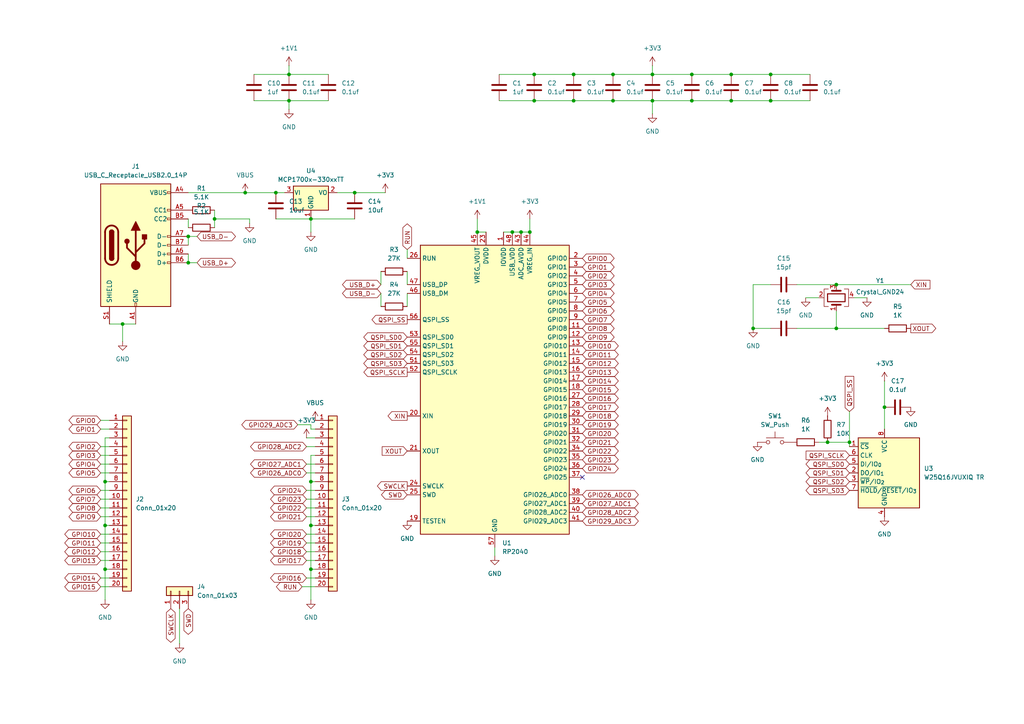
<source format=kicad_sch>
(kicad_sch (version 20250114) (generator "eeschema") (generator_version "9.0")
  (paper "A4")
  (lib_symbols
    (symbol "Connector:USB_C_Receptacle_USB2.0_14P" (pin_names (offset 1.016))
      (property "Reference" "J" (at 0 22.225 0))
      (property "Value" "USB_C_Receptacle_USB2.0_14P" (at 0 19.685 0))
      (symbol "USB_C_Receptacle_USB2.0_14P_0_0"
        (rectangle (start -0.254 -17.78) (end 0.254 -16.764))
        (rectangle (start 10.16 15.494) (end 9.144 14.986))
        (rectangle (start 10.16 10.414) (end 9.144 9.906))
        (rectangle (start 10.16 7.874) (end 9.144 7.366))
        (rectangle (start 10.16 2.794) (end 9.144 2.286))
        (rectangle (start 10.16 0.254) (end 9.144 -0.254))
        (rectangle (start 10.16 -2.286) (end 9.144 -2.794))
        (rectangle (start 10.16 -4.826) (end 9.144 -5.334))
      )
      (symbol "USB_C_Receptacle_USB2.0_14P_0_1"
        (rectangle (start -10.16 17.78) (end 10.16 -17.78) (stroke (width 0.254)) (fill (type background)))
        (polyline (pts (xy -8.89 -3.81) (xy -8.89 3.81)) (stroke (width 0.508)))
        (rectangle (start -7.62 -3.81) (end -6.35 3.81) (stroke (width 0.254)) (fill (type outline)))
        (arc (start -7.62 3.81) (mid -6.985 4.4423) (end -6.35 3.81) (stroke (width 0.254)))
        (arc (start -7.62 3.81) (mid -6.985 4.4423) (end -6.35 3.81) (stroke (width 0.254)) (fill (type outline)))
        (arc (start -8.89 3.81) (mid -6.985 5.7067) (end -5.08 3.81) (stroke (width 0.508)))
        (arc (start -5.08 -3.81) (mid -6.985 -5.7067) (end -8.89 -3.81) (stroke (width 0.508)))
        (arc (start -6.35 -3.81) (mid -6.985 -4.4423) (end -7.62 -3.81) (stroke (width 0.254)))
        (arc (start -6.35 -3.81) (mid -6.985 -4.4423) (end -7.62 -3.81) (stroke (width 0.254)) (fill (type outline)))
        (polyline (pts (xy -5.08 3.81) (xy -5.08 -3.81)) (stroke (width 0.508)))
        (circle (center -2.54 1.143) (radius 0.635) (stroke (width 0.254)) (fill (type outline)))
        (polyline (pts (xy -1.27 4.318) (xy 0 6.858) (xy 1.27 4.318) (xy -1.27 4.318)) (stroke (width 0.254)) (fill (type outline)))
        (polyline (pts (xy 0 -2.032) (xy 2.54 0.508) (xy 2.54 1.778)) (stroke (width 0.508)))
        (polyline (pts (xy 0 -3.302) (xy -2.54 -0.762) (xy -2.54 0.508)) (stroke (width 0.508)))
        (polyline (pts (xy 0 -5.842) (xy 0 4.318)) (stroke (width 0.508)))
        (circle (center 0 -5.842) (radius 1.27) (fill (type outline)))
        (rectangle (start 1.905 1.778) (end 3.175 3.048) (stroke (width 0.254)) (fill (type outline)))
      )
      (symbol "USB_C_Receptacle_USB2.0_14P_1_1"
        (pin passive line (at -7.62 -22.86 90) (length 5.08) (name "SHIELD") (number "S1"))
        (pin passive line (at 0 -22.86 90) (length 5.08) (name "GND") (number "A1"))
        (pin passive line (at 0 -22.86 90) (length 5.08) (hide yes) (name "GND") (number "A12"))
        (pin passive line (at 0 -22.86 90) (length 5.08) (hide yes) (name "GND") (number "B1"))
        (pin passive line (at 0 -22.86 90) (length 5.08) (hide yes) (name "GND") (number "B12"))
        (pin passive line (at 15.24 15.24 180) (length 5.08) (name "VBUS") (number "A4"))
        (pin passive line (at 15.24 15.24 180) (length 5.08) (hide yes) (name "VBUS") (number "A9"))
        (pin passive line (at 15.24 15.24 180) (length 5.08) (hide yes) (name "VBUS") (number "B4"))
        (pin passive line (at 15.24 15.24 180) (length 5.08) (hide yes) (name "VBUS") (number "B9"))
        (pin bidirectional line (at 15.24 10.16 180) (length 5.08) (name "CC1") (number "A5"))
        (pin bidirectional line (at 15.24 7.62 180) (length 5.08) (name "CC2") (number "B5"))
        (pin bidirectional line (at 15.24 2.54 180) (length 5.08) (name "D-") (number "A7"))
        (pin bidirectional line (at 15.24 0 180) (length 5.08) (name "D-") (number "B7"))
        (pin bidirectional line (at 15.24 -2.54 180) (length 5.08) (name "D+") (number "A6"))
        (pin bidirectional line (at 15.24 -5.08 180) (length 5.08) (name "D+") (number "B6"))
      )
    )
    (symbol "Connector_Generic:Conn_01x03" (pin_names (offset 1.016) (hide yes))
      (property "Reference" "J" (at 0 5.08 0))
      (property "Value" "Conn_01x03" (at 0 -5.08 0))
      (symbol "Conn_01x03_1_1"
        (rectangle (start -1.27 3.81) (end 1.27 -3.81) (stroke (width 0.254)) (fill (type background)))
        (rectangle (start -1.27 2.667) (end 0 2.413) (stroke (width 0.1524)))
        (rectangle (start -1.27 0.127) (end 0 -0.127) (stroke (width 0.1524)))
        (rectangle (start -1.27 -2.413) (end 0 -2.667) (stroke (width 0.1524)))
        (pin passive line (at -5.08 2.54 0) (length 3.81) (name "Pin_1") (number "1"))
        (pin passive line (at -5.08 0 0) (length 3.81) (name "Pin_2") (number "2"))
        (pin passive line (at -5.08 -2.54 0) (length 3.81) (name "Pin_3") (number "3"))
      )
    )
    (symbol "Connector_Generic:Conn_01x20" (pin_names (offset 1.016) (hide yes))
      (property "Reference" "J" (at 0 25.4 0))
      (property "Value" "Conn_01x20" (at 0 -27.94 0))
      (symbol "Conn_01x20_1_1"
        (rectangle (start -1.27 24.13) (end 1.27 -26.67) (stroke (width 0.254)) (fill (type background)))
        (rectangle (start -1.27 22.987) (end 0 22.733) (stroke (width 0.1524)))
        (rectangle (start -1.27 20.447) (end 0 20.193) (stroke (width 0.1524)))
        (rectangle (start -1.27 17.907) (end 0 17.653) (stroke (width 0.1524)))
        (rectangle (start -1.27 15.367) (end 0 15.113) (stroke (width 0.1524)))
        (rectangle (start -1.27 12.827) (end 0 12.573) (stroke (width 0.1524)))
        (rectangle (start -1.27 10.287) (end 0 10.033) (stroke (width 0.1524)))
        (rectangle (start -1.27 7.747) (end 0 7.493) (stroke (width 0.1524)))
        (rectangle (start -1.27 5.207) (end 0 4.953) (stroke (width 0.1524)))
        (rectangle (start -1.27 2.667) (end 0 2.413) (stroke (width 0.1524)))
        (rectangle (start -1.27 0.127) (end 0 -0.127) (stroke (width 0.1524)))
        (rectangle (start -1.27 -2.413) (end 0 -2.667) (stroke (width 0.1524)))
        (rectangle (start -1.27 -4.953) (end 0 -5.207) (stroke (width 0.1524)))
        (rectangle (start -1.27 -7.493) (end 0 -7.747) (stroke (width 0.1524)))
        (rectangle (start -1.27 -10.033) (end 0 -10.287) (stroke (width 0.1524)))
        (rectangle (start -1.27 -12.573) (end 0 -12.827) (stroke (width 0.1524)))
        (rectangle (start -1.27 -15.113) (end 0 -15.367) (stroke (width 0.1524)))
        (rectangle (start -1.27 -17.653) (end 0 -17.907) (stroke (width 0.1524)))
        (rectangle (start -1.27 -20.193) (end 0 -20.447) (stroke (width 0.1524)))
        (rectangle (start -1.27 -22.733) (end 0 -22.987) (stroke (width 0.1524)))
        (rectangle (start -1.27 -25.273) (end 0 -25.527) (stroke (width 0.1524)))
        (pin passive line (at -5.08 22.86 0) (length 3.81) (name "Pin_1") (number "1"))
        (pin passive line (at -5.08 20.32 0) (length 3.81) (name "Pin_2") (number "2"))
        (pin passive line (at -5.08 17.78 0) (length 3.81) (name "Pin_3") (number "3"))
        (pin passive line (at -5.08 15.24 0) (length 3.81) (name "Pin_4") (number "4"))
        (pin passive line (at -5.08 12.7 0) (length 3.81) (name "Pin_5") (number "5"))
        (pin passive line (at -5.08 10.16 0) (length 3.81) (name "Pin_6") (number "6"))
        (pin passive line (at -5.08 7.62 0) (length 3.81) (name "Pin_7") (number "7"))
        (pin passive line (at -5.08 5.08 0) (length 3.81) (name "Pin_8") (number "8"))
        (pin passive line (at -5.08 2.54 0) (length 3.81) (name "Pin_9") (number "9"))
        (pin passive line (at -5.08 0 0) (length 3.81) (name "Pin_10") (number "10"))
        (pin passive line (at -5.08 -2.54 0) (length 3.81) (name "Pin_11") (number "11"))
        (pin passive line (at -5.08 -5.08 0) (length 3.81) (name "Pin_12") (number "12"))
        (pin passive line (at -5.08 -7.62 0) (length 3.81) (name "Pin_13") (number "13"))
        (pin passive line (at -5.08 -10.16 0) (length 3.81) (name "Pin_14") (number "14"))
        (pin passive line (at -5.08 -12.7 0) (length 3.81) (name "Pin_15") (number "15"))
        (pin passive line (at -5.08 -15.24 0) (length 3.81) (name "Pin_16") (number "16"))
        (pin passive line (at -5.08 -17.78 0) (length 3.81) (name "Pin_17") (number "17"))
        (pin passive line (at -5.08 -20.32 0) (length 3.81) (name "Pin_18") (number "18"))
        (pin passive line (at -5.08 -22.86 0) (length 3.81) (name "Pin_19") (number "19"))
        (pin passive line (at -5.08 -25.4 0) (length 3.81) (name "Pin_20") (number "20"))
      )
    )
    (symbol "Device:C" (pin_numbers (hide yes)) (pin_names (offset 0.254))
      (property "Reference" "C" (at 0.635 2.54 0))
      (property "Value" "C" (at 0.635 -2.54 0))
      (symbol "C_0_1"
        (polyline (pts (xy -2.032 0.762) (xy 2.032 0.762)) (stroke (width 0.508)))
        (polyline (pts (xy -2.032 -0.762) (xy 2.032 -0.762)) (stroke (width 0.508)))
      )
      (symbol "C_1_1"
        (pin passive line (at 0 3.81 270) (length 2.794) (name "~") (number "1"))
        (pin passive line (at 0 -3.81 90) (length 2.794) (name "~") (number "2"))
      )
    )
    (symbol "Device:Crystal_GND24" (pin_names (offset 1.016) (hide yes))
      (property "Reference" "Y" (at 3.175 5.08 0))
      (property "Value" "Crystal_GND24" (at 3.175 3.175 0))
      (symbol "Crystal_GND24_0_1"
        (polyline (pts (xy -2.54 2.286) (xy -2.54 3.556) (xy 2.54 3.556) (xy 2.54 2.286)))
        (polyline (pts (xy -2.54 0) (xy -2.032 0)))
        (polyline (pts (xy -2.54 -2.286) (xy -2.54 -3.556) (xy 2.54 -3.556) (xy 2.54 -2.286)))
        (polyline (pts (xy -2.032 -1.27) (xy -2.032 1.27)) (stroke (width 0.508)))
        (rectangle (start -1.143 2.54) (end 1.143 -2.54) (stroke (width 0.3048)))
        (polyline (pts (xy 0 3.556) (xy 0 3.81)))
        (polyline (pts (xy 0 -3.81) (xy 0 -3.556)))
        (polyline (pts (xy 2.032 0) (xy 2.54 0)))
        (polyline (pts (xy 2.032 -1.27) (xy 2.032 1.27)) (stroke (width 0.508)))
      )
      (symbol "Crystal_GND24_1_1"
        (pin passive line (at -3.81 0 0) (length 1.27) (name "1") (number "1"))
        (pin passive line (at 0 5.08 270) (length 1.27) (name "2") (number "2"))
        (pin passive line (at 0 -5.08 90) (length 1.27) (name "4") (number "4"))
        (pin passive line (at 3.81 0 180) (length 1.27) (name "3") (number "3"))
      )
    )
    (symbol "Device:R" (pin_numbers (hide yes)) (pin_names (offset 0))
      (property "Reference" "R" (at 2.032 0 90))
      (property "Value" "R" (at 0 0 90))
      (symbol "R_0_1"
        (rectangle (start -1.016 -2.54) (end 1.016 2.54) (stroke (width 0.254)))
      )
      (symbol "R_1_1"
        (pin passive line (at 0 3.81 270) (length 1.27) (name "~") (number "1"))
        (pin passive line (at 0 -3.81 90) (length 1.27) (name "~") (number "2"))
      )
    )
    (symbol "MCU_RaspberryPi:RP2040"
      (property "Reference" "U" (at 17.78 45.72 0))
      (property "Value" "RP2040" (at 17.78 43.18 0))
      (symbol "RP2040_0_1"
        (rectangle (start -21.59 41.91) (end 21.59 -41.91) (stroke (width 0.254)) (fill (type background)))
      )
      (symbol "RP2040_1_1"
        (pin input line (at -25.4 38.1 0) (length 3.81) (name "RUN") (number "26"))
        (pin bidirectional line (at -25.4 30.48 0) (length 3.81) (name "USB_DP") (number "47"))
        (pin bidirectional line (at -25.4 27.94 0) (length 3.81) (name "USB_DM") (number "46"))
        (pin bidirectional line (at -25.4 20.32 0) (length 3.81) (name "QSPI_SS") (number "56"))
        (pin bidirectional line (at -25.4 15.24 0) (length 3.81) (name "QSPI_SD0") (number "53"))
        (pin bidirectional line (at -25.4 12.7 0) (length 3.81) (name "QSPI_SD1") (number "55"))
        (pin bidirectional line (at -25.4 10.16 0) (length 3.81) (name "QSPI_SD2") (number "54"))
        (pin bidirectional line (at -25.4 7.62 0) (length 3.81) (name "QSPI_SD3") (number "51"))
        (pin output line (at -25.4 5.08 0) (length 3.81) (name "QSPI_SCLK") (number "52"))
        (pin input line (at -25.4 -7.62 0) (length 3.81) (name "XIN") (number "20"))
        (pin passive line (at -25.4 -17.78 0) (length 3.81) (name "XOUT") (number "21"))
        (pin input line (at -25.4 -27.94 0) (length 3.81) (name "SWCLK") (number "24"))
        (pin bidirectional line (at -25.4 -30.48 0) (length 3.81) (name "SWD") (number "25"))
        (pin input line (at -25.4 -38.1 0) (length 3.81) (name "TESTEN") (number "19"))
        (pin power_out line (at -5.08 45.72 270) (length 3.81) (name "VREG_VOUT") (number "45"))
        (pin power_in line (at -2.54 45.72 270) (length 3.81) (name "DVDD") (number "23"))
        (pin passive line (at -2.54 45.72 270) (length 3.81) (hide yes) (name "DVDD") (number "50"))
        (pin power_in line (at 0 -45.72 90) (length 3.81) (name "GND") (number "57"))
        (pin power_in line (at 2.54 45.72 270) (length 3.81) (name "IOVDD") (number "1"))
        (pin passive line (at 2.54 45.72 270) (length 3.81) (hide yes) (name "IOVDD") (number "10"))
        (pin passive line (at 2.54 45.72 270) (length 3.81) (hide yes) (name "IOVDD") (number "22"))
        (pin passive line (at 2.54 45.72 270) (length 3.81) (hide yes) (name "IOVDD") (number "33"))
        (pin passive line (at 2.54 45.72 270) (length 3.81) (hide yes) (name "IOVDD") (number "42"))
        (pin passive line (at 2.54 45.72 270) (length 3.81) (hide yes) (name "IOVDD") (number "49"))
        (pin power_in line (at 5.08 45.72 270) (length 3.81) (name "USB_VDD") (number "48"))
        (pin power_in line (at 7.62 45.72 270) (length 3.81) (name "ADC_AVDD") (number "43"))
        (pin power_in line (at 10.16 45.72 270) (length 3.81) (name "VREG_IN") (number "44"))
        (pin bidirectional line (at 25.4 38.1 180) (length 3.81) (name "GPIO0") (number "2"))
        (pin bidirectional line (at 25.4 35.56 180) (length 3.81) (name "GPIO1") (number "3"))
        (pin bidirectional line (at 25.4 33.02 180) (length 3.81) (name "GPIO2") (number "4"))
        (pin bidirectional line (at 25.4 30.48 180) (length 3.81) (name "GPIO3") (number "5"))
        (pin bidirectional line (at 25.4 27.94 180) (length 3.81) (name "GPIO4") (number "6"))
        (pin bidirectional line (at 25.4 25.4 180) (length 3.81) (name "GPIO5") (number "7"))
        (pin bidirectional line (at 25.4 22.86 180) (length 3.81) (name "GPIO6") (number "8"))
        (pin bidirectional line (at 25.4 20.32 180) (length 3.81) (name "GPIO7") (number "9"))
        (pin bidirectional line (at 25.4 17.78 180) (length 3.81) (name "GPIO8") (number "11"))
        (pin bidirectional line (at 25.4 15.24 180) (length 3.81) (name "GPIO9") (number "12"))
        (pin bidirectional line (at 25.4 12.7 180) (length 3.81) (name "GPIO10") (number "13"))
        (pin bidirectional line (at 25.4 10.16 180) (length 3.81) (name "GPIO11") (number "14"))
        (pin bidirectional line (at 25.4 7.62 180) (length 3.81) (name "GPIO12") (number "15"))
        (pin bidirectional line (at 25.4 5.08 180) (length 3.81) (name "GPIO13") (number "16"))
        (pin bidirectional line (at 25.4 2.54 180) (length 3.81) (name "GPIO14") (number "17"))
        (pin bidirectional line (at 25.4 0 180) (length 3.81) (name "GPIO15") (number "18"))
        (pin bidirectional line (at 25.4 -2.54 180) (length 3.81) (name "GPIO16") (number "27"))
        (pin bidirectional line (at 25.4 -5.08 180) (length 3.81) (name "GPIO17") (number "28"))
        (pin bidirectional line (at 25.4 -7.62 180) (length 3.81) (name "GPIO18") (number "29"))
        (pin bidirectional line (at 25.4 -10.16 180) (length 3.81) (name "GPIO19") (number "30"))
        (pin bidirectional line (at 25.4 -12.7 180) (length 3.81) (name "GPIO20") (number "31"))
        (pin bidirectional line (at 25.4 -15.24 180) (length 3.81) (name "GPIO21") (number "32"))
        (pin bidirectional line (at 25.4 -17.78 180) (length 3.81) (name "GPIO22") (number "34"))
        (pin bidirectional line (at 25.4 -20.32 180) (length 3.81) (name "GPIO23") (number "35"))
        (pin bidirectional line (at 25.4 -22.86 180) (length 3.81) (name "GPIO24") (number "36"))
        (pin bidirectional line (at 25.4 -25.4 180) (length 3.81) (name "GPIO25") (number "37"))
        (pin bidirectional line (at 25.4 -30.48 180) (length 3.81) (name "GPIO26_ADC0") (number "38"))
        (pin bidirectional line (at 25.4 -33.02 180) (length 3.81) (name "GPIO27_ADC1") (number "39"))
        (pin bidirectional line (at 25.4 -35.56 180) (length 3.81) (name "GPIO28_ADC2") (number "40"))
        (pin bidirectional line (at 25.4 -38.1 180) (length 3.81) (name "GPIO29_ADC3") (number "41"))
      )
    )
    (symbol "Memory_Flash:W25Q128JVS"
      (property "Reference" "U" (at -6.35 11.43 0))
      (property "Value" "W25Q128JVS" (at 7.62 11.43 0))
      (symbol "W25Q128JVS_0_1"
        (rectangle (start -7.62 10.16) (end 10.16 -10.16) (stroke (width 0.254)) (fill (type background)))
      )
      (symbol "W25Q128JVS_1_1"
        (pin input line (at -10.16 7.62 0) (length 2.54) (name "~{CS}") (number "1"))
        (pin input line (at -10.16 5.08 0) (length 2.54) (name "CLK") (number "6"))
        (pin bidirectional line (at -10.16 2.54 0) (length 2.54) (name "DI/IO_{0}") (number "5"))
        (pin bidirectional line (at -10.16 0 0) (length 2.54) (name "DO/IO_{1}") (number "2"))
        (pin bidirectional line (at -10.16 -2.54 0) (length 2.54) (name "~{WP}/IO_{2}") (number "3"))
        (pin bidirectional line (at -10.16 -5.08 0) (length 2.54) (name "~{HOLD}/~{RESET}/IO_{3}") (number "7"))
        (pin power_in line (at 0 12.7 270) (length 2.54) (name "VCC") (number "8"))
        (pin power_in line (at 0 -12.7 90) (length 2.54) (name "GND") (number "4"))
      )
    )
    (symbol "Regulator_Linear:MCP1700x-330xxTT" (pin_names (offset 0.254))
      (property "Reference" "U" (at -3.81 3.175 0))
      (property "Value" "MCP1700x-330xxTT" (at 0 3.175 0))
      (symbol "MCP1700x-330xxTT_0_1"
        (rectangle (start -5.08 1.905) (end 5.08 -5.08) (stroke (width 0.254)) (fill (type background)))
      )
      (symbol "MCP1700x-330xxTT_1_1"
        (pin power_in line (at -7.62 0 0) (length 2.54) (name "VI") (number "3"))
        (pin power_in line (at 0 -7.62 90) (length 2.54) (name "GND") (number "1"))
        (pin power_out line (at 7.62 0 180) (length 2.54) (name "VO") (number "2"))
      )
    )
    (symbol "Switch:SW_Push" (pin_numbers (hide yes)) (pin_names (offset 1.016) (hide yes))
      (property "Reference" "SW" (at 1.27 2.54 0))
      (property "Value" "SW_Push" (at 0 -1.524 0))
      (symbol "SW_Push_0_1"
        (circle (center -2.032 0) (radius 0.508))
        (polyline (pts (xy 0 1.27) (xy 0 3.048)))
        (circle (center 2.032 0) (radius 0.508))
        (polyline (pts (xy 2.54 1.27) (xy -2.54 1.27)))
        (pin passive line (at -5.08 0 0) (length 2.54) (name "1") (number "1"))
        (pin passive line (at 5.08 0 180) (length 2.54) (name "2") (number "2"))
      )
    )
    (symbol "power:+1V1" (power) (pin_numbers (hide yes)) (pin_names (offset 0) (hide yes))
      (property "Value" "+1V1" (at 0 3.556 0))
      (symbol "+1V1_0_1"
        (polyline (pts (xy -0.762 1.27) (xy 0 2.54)))
        (polyline (pts (xy 0 2.54) (xy 0.762 1.27)))
        (polyline (pts (xy 0 0) (xy 0 2.54)))
      )
      (symbol "+1V1_1_1"
        (pin power_in line (at 0 0 90) (length 0) (name "~") (number "1"))
      )
    )
    (symbol "power:+3V3" (power) (pin_numbers (hide yes)) (pin_names (offset 0) (hide yes))
      (property "Value" "+3V3" (at 0 3.556 0))
      (symbol "+3V3_0_1"
        (polyline (pts (xy -0.762 1.27) (xy 0 2.54)))
        (polyline (pts (xy 0 2.54) (xy 0.762 1.27)))
        (polyline (pts (xy 0 0) (xy 0 2.54)))
      )
      (symbol "+3V3_1_1"
        (pin power_in line (at 0 0 90) (length 0) (name "~") (number "1"))
      )
    )
    (symbol "power:GND" (power) (pin_numbers (hide yes)) (pin_names (offset 0) (hide yes))
      (property "Value" "GND" (at 0 -3.81 0))
      (symbol "GND_0_1"
        (polyline (pts (xy 0 0) (xy 0 -1.27) (xy 1.27 -1.27) (xy 0 -2.54) (xy -1.27 -1.27) (xy 0 -1.27)))
      )
      (symbol "GND_1_1"
        (pin power_in line (at 0 0 270) (length 0) (name "~") (number "1"))
      )
    )
    (symbol "power:VBUS" (power) (pin_numbers (hide yes)) (pin_names (offset 0) (hide yes))
      (property "Value" "VBUS" (at 0 3.556 0))
      (symbol "VBUS_0_1"
        (polyline (pts (xy -0.762 1.27) (xy 0 2.54)))
        (polyline (pts (xy 0 2.54) (xy 0.762 1.27)))
        (polyline (pts (xy 0 0) (xy 0 2.54)))
      )
      (symbol "VBUS_1_1"
        (pin power_in line (at 0 0 90) (length 0) (name "~") (number "1"))
      )
    )
  )
  (junction (at 200.66 21.59))
  (junction (at 223.52 29.21))
  (junction (at 30.48 165.1))
  (junction (at 200.66 29.21))
  (junction (at 30.48 152.4))
  (junction (at 148.59 67.31))
  (junction (at 80.01 55.88))
  (junction (at 153.67 67.31))
  (junction (at 30.48 139.7))
  (junction (at 151.13 67.31))
  (junction (at 166.37 21.59))
  (junction (at 54.61 68.58))
  (junction (at 62.23 63.5))
  (junction (at 154.94 21.59))
  (junction (at 35.56 93.98))
  (junction (at 71.12 55.88))
  (junction (at 83.82 21.59))
  (junction (at 90.17 165.1))
  (junction (at 212.09 21.59))
  (junction (at 189.23 29.21))
  (junction (at 177.8 29.21))
  (junction (at 189.23 21.59))
  (junction (at 166.37 29.21))
  (junction (at 102.87 55.88))
  (junction (at 90.17 63.5))
  (junction (at 83.82 29.21))
  (junction (at 218.44 95.25))
  (junction (at 223.52 21.59))
  (junction (at 240.03 128.27))
  (junction (at 212.09 29.21))
  (junction (at 90.17 152.4))
  (junction (at 246.38 128.27))
  (junction (at 90.17 139.7))
  (junction (at 256.54 118.11))
  (junction (at 242.57 95.25))
  (junction (at 54.61 76.2))
  (junction (at 154.94 29.21))
  (junction (at 138.43 67.31))
  (junction (at 177.8 21.59))
  (junction (at 242.57 82.55))
  (no_connect (at 168.91 138.43))
  (wire (pts (xy 166.37 21.59) (xy 177.8 21.59)))
  (wire (pts (xy 35.56 93.98) (xy 35.56 99.06)))
  (wire (pts (xy 247.65 86.36) (xy 251.46 86.36)))
  (wire (pts (xy 29.21 167.64) (xy 31.75 167.64)))
  (wire (pts (xy 90.17 152.4) (xy 91.44 152.4)))
  (wire (pts (xy 88.9 154.94) (xy 91.44 154.94)))
  (wire (pts (xy 29.21 144.78) (xy 31.75 144.78)))
  (wire (pts (xy 31.75 127) (xy 30.48 127)))
  (wire (pts (xy 30.48 165.1) (xy 30.48 173.99)))
  (wire (pts (xy 88.9 147.32) (xy 91.44 147.32)))
  (wire (pts (xy 189.23 19.05) (xy 189.23 21.59)))
  (wire (pts (xy 242.57 82.55) (xy 264.16 82.55)))
  (wire (pts (xy 62.23 60.96) (xy 62.23 63.5)))
  (wire (pts (xy 73.66 29.21) (xy 83.82 29.21)))
  (wire (pts (xy 223.52 21.59) (xy 234.95 21.59)))
  (wire (pts (xy 246.38 128.27) (xy 246.38 129.54)))
  (wire (pts (xy 91.44 132.08) (xy 90.17 132.08)))
  (wire (pts (xy 29.21 121.92) (xy 31.75 121.92)))
  (wire (pts (xy 233.68 86.36) (xy 237.49 86.36)))
  (wire (pts (xy 88.9 137.16) (xy 91.44 137.16)))
  (wire (pts (xy 35.56 93.98) (xy 39.37 93.98)))
  (wire (pts (xy 90.17 63.5) (xy 102.87 63.5)))
  (wire (pts (xy 256.54 118.11) (xy 256.54 124.46)))
  (wire (pts (xy 54.61 66.04) (xy 54.61 63.5)))
  (wire (pts (xy 90.17 165.1) (xy 90.17 173.99)))
  (wire (pts (xy 90.17 63.5) (xy 90.17 67.31)))
  (wire (pts (xy 90.17 139.7) (xy 90.17 152.4)))
  (wire (pts (xy 144.78 29.21) (xy 154.94 29.21)))
  (wire (pts (xy 29.21 154.94) (xy 31.75 154.94)))
  (wire (pts (xy 189.23 29.21) (xy 189.23 33.02)))
  (wire (pts (xy 88.9 149.86) (xy 91.44 149.86)))
  (wire (pts (xy 29.21 137.16) (xy 31.75 137.16)))
  (wire (pts (xy 31.75 93.98) (xy 35.56 93.98)))
  (wire (pts (xy 242.57 95.25) (xy 242.57 90.17)))
  (wire (pts (xy 83.82 21.59) (xy 95.25 21.59)))
  (wire (pts (xy 88.9 157.48) (xy 91.44 157.48)))
  (wire (pts (xy 62.23 66.04) (xy 62.23 63.5)))
  (wire (pts (xy 71.12 55.88) (xy 80.01 55.88)))
  (wire (pts (xy 29.21 149.86) (xy 31.75 149.86)))
  (wire (pts (xy 88.9 144.78) (xy 91.44 144.78)))
  (wire (pts (xy 223.52 29.21) (xy 234.95 29.21)))
  (wire (pts (xy 29.21 132.08) (xy 31.75 132.08)))
  (wire (pts (xy 90.17 124.46) (xy 91.44 124.46)))
  (wire (pts (xy 118.11 88.9) (xy 118.11 85.09)))
  (wire (pts (xy 83.82 29.21) (xy 95.25 29.21)))
  (wire (pts (xy 54.61 68.58) (xy 54.61 71.12)))
  (wire (pts (xy 138.43 67.31) (xy 140.97 67.31)))
  (wire (pts (xy 29.21 157.48) (xy 31.75 157.48)))
  (wire (pts (xy 54.61 68.58) (xy 57.15 68.58)))
  (wire (pts (xy 97.79 55.88) (xy 102.87 55.88)))
  (wire (pts (xy 189.23 29.21) (xy 200.66 29.21)))
  (wire (pts (xy 88.9 129.54) (xy 91.44 129.54)))
  (wire (pts (xy 29.21 129.54) (xy 31.75 129.54)))
  (wire (pts (xy 153.67 63.5) (xy 153.67 67.31)))
  (wire (pts (xy 110.49 88.9) (xy 110.49 85.09)))
  (wire (pts (xy 80.01 55.88) (xy 82.55 55.88)))
  (wire (pts (xy 87.63 170.18) (xy 91.44 170.18)))
  (wire (pts (xy 29.21 124.46) (xy 31.75 124.46)))
  (wire (pts (xy 242.57 95.25) (xy 256.54 95.25)))
  (wire (pts (xy 212.09 21.59) (xy 223.52 21.59)))
  (wire (pts (xy 90.17 123.19) (xy 90.17 124.46)))
  (wire (pts (xy 30.48 139.7) (xy 30.48 152.4)))
  (wire (pts (xy 144.78 21.59) (xy 154.94 21.59)))
  (wire (pts (xy 231.14 95.25) (xy 242.57 95.25)))
  (wire (pts (xy 231.14 82.55) (xy 242.57 82.55)))
  (wire (pts (xy 200.66 29.21) (xy 212.09 29.21)))
  (wire (pts (xy 29.21 134.62) (xy 31.75 134.62)))
  (wire (pts (xy 138.43 63.5) (xy 138.43 67.31)))
  (wire (pts (xy 54.61 76.2) (xy 57.15 76.2)))
  (wire (pts (xy 256.54 110.49) (xy 256.54 118.11)))
  (wire (pts (xy 218.44 82.55) (xy 218.44 95.25)))
  (wire (pts (xy 166.37 29.21) (xy 177.8 29.21)))
  (wire (pts (xy 29.21 147.32) (xy 31.75 147.32)))
  (wire (pts (xy 30.48 152.4) (xy 31.75 152.4)))
  (wire (pts (xy 102.87 55.88) (xy 111.76 55.88)))
  (wire (pts (xy 118.11 72.39) (xy 118.11 74.93)))
  (wire (pts (xy 29.21 170.18) (xy 31.75 170.18)))
  (wire (pts (xy 54.61 73.66) (xy 54.61 76.2)))
  (wire (pts (xy 29.21 162.56) (xy 31.75 162.56)))
  (wire (pts (xy 52.07 176.53) (xy 52.07 186.69)))
  (wire (pts (xy 246.38 119.38) (xy 246.38 128.27)))
  (wire (pts (xy 72.39 63.5) (xy 72.39 64.77)))
  (wire (pts (xy 148.59 67.31) (xy 151.13 67.31)))
  (wire (pts (xy 90.17 139.7) (xy 91.44 139.7)))
  (wire (pts (xy 90.17 132.08) (xy 90.17 139.7)))
  (wire (pts (xy 218.44 95.25) (xy 223.52 95.25)))
  (wire (pts (xy 237.49 128.27) (xy 240.03 128.27)))
  (wire (pts (xy 90.17 165.1) (xy 91.44 165.1)))
  (wire (pts (xy 146.05 67.31) (xy 148.59 67.31)))
  (wire (pts (xy 90.17 152.4) (xy 90.17 165.1)))
  (wire (pts (xy 88.9 134.62) (xy 91.44 134.62)))
  (wire (pts (xy 154.94 29.21) (xy 166.37 29.21)))
  (wire (pts (xy 88.9 160.02) (xy 91.44 160.02)))
  (wire (pts (xy 223.52 82.55) (xy 218.44 82.55)))
  (wire (pts (xy 54.61 55.88) (xy 71.12 55.88)))
  (wire (pts (xy 83.82 19.05) (xy 83.82 21.59)))
  (wire (pts (xy 29.21 142.24) (xy 31.75 142.24)))
  (wire (pts (xy 80.01 63.5) (xy 90.17 63.5)))
  (wire (pts (xy 86.36 123.19) (xy 90.17 123.19)))
  (wire (pts (xy 177.8 29.21) (xy 189.23 29.21)))
  (wire (pts (xy 151.13 67.31) (xy 153.67 67.31)))
  (wire (pts (xy 88.9 142.24) (xy 91.44 142.24)))
  (wire (pts (xy 73.66 21.59) (xy 83.82 21.59)))
  (wire (pts (xy 200.66 21.59) (xy 212.09 21.59)))
  (wire (pts (xy 88.9 162.56) (xy 91.44 162.56)))
  (wire (pts (xy 240.03 128.27) (xy 246.38 128.27)))
  (wire (pts (xy 83.82 29.21) (xy 83.82 31.75)))
  (wire (pts (xy 88.9 167.64) (xy 91.44 167.64)))
  (wire (pts (xy 177.8 21.59) (xy 189.23 21.59)))
  (wire (pts (xy 30.48 127) (xy 30.48 139.7)))
  (wire (pts (xy 29.21 160.02) (xy 31.75 160.02)))
  (wire (pts (xy 110.49 78.74) (xy 110.49 82.55)))
  (wire (pts (xy 118.11 78.74) (xy 118.11 82.55)))
  (wire (pts (xy 30.48 139.7) (xy 31.75 139.7)))
  (wire (pts (xy 189.23 21.59) (xy 200.66 21.59)))
  (wire (pts (xy 30.48 165.1) (xy 31.75 165.1)))
  (wire (pts (xy 143.51 158.75) (xy 143.51 161.29)))
  (wire (pts (xy 62.23 63.5) (xy 72.39 63.5)))
  (wire (pts (xy 88.9 127) (xy 91.44 127)))
  (wire (pts (xy 154.94 21.59) (xy 166.37 21.59)))
  (wire (pts (xy 30.48 152.4) (xy 30.48 165.1)))
  (wire (pts (xy 212.09 29.21) (xy 223.52 29.21)))
  (global_label "QSPI_SD1" (shape bidirectional) (at 118.11 100.33 180) (property "Intersheetrefs" "${INTERSHEET_REFS}" (effects (hide yes))))
  (global_label "GPIO13" (shape bidirectional) (at 168.91 107.95 0) (property "Intersheetrefs" "${INTERSHEET_REFS}" (effects (hide yes))))
  (global_label "GPIO11" (shape bidirectional) (at 29.21 157.48 180) (property "Intersheetrefs" "${INTERSHEET_REFS}" (effects (hide yes))))
  (global_label "GPIO24" (shape bidirectional) (at 88.9 142.24 180) (property "Intersheetrefs" "${INTERSHEET_REFS}" (effects (hide yes))))
  (global_label "GPIO27_ADC1" (shape bidirectional) (at 88.9 134.62 180) (property "Intersheetrefs" "${INTERSHEET_REFS}" (effects (hide yes))))
  (global_label "XIN" (shape input) (at 264.16 82.55 0) (property "Intersheetrefs" "${INTERSHEET_REFS}" (effects (hide yes))))
  (global_label "GPIO5" (shape bidirectional) (at 168.91 87.63 0) (property "Intersheetrefs" "${INTERSHEET_REFS}" (effects (hide yes))))
  (global_label "RUN" (shape bidirectional) (at 87.63 170.18 180) (property "Intersheetrefs" "${INTERSHEET_REFS}" (effects (hide yes))))
  (global_label "XOUT" (shape input) (at 118.11 130.81 180) (property "Intersheetrefs" "${INTERSHEET_REFS}" (effects (hide yes))))
  (global_label "GPIO13" (shape bidirectional) (at 29.21 162.56 180) (property "Intersheetrefs" "${INTERSHEET_REFS}" (effects (hide yes))))
  (global_label "GPIO2" (shape bidirectional) (at 168.91 80.01 0) (property "Intersheetrefs" "${INTERSHEET_REFS}" (effects (hide yes))))
  (global_label "GPIO6" (shape bidirectional) (at 29.21 142.24 180) (property "Intersheetrefs" "${INTERSHEET_REFS}" (effects (hide yes))))
  (global_label "GPIO27_ADC1" (shape bidirectional) (at 168.91 146.05 0) (property "Intersheetrefs" "${INTERSHEET_REFS}" (effects (hide yes))))
  (global_label "GPIO29_ADC3" (shape bidirectional) (at 168.91 151.13 0) (property "Intersheetrefs" "${INTERSHEET_REFS}" (effects (hide yes))))
  (global_label "QSPI_SD3" (shape bidirectional) (at 246.38 142.24 180) (property "Intersheetrefs" "${INTERSHEET_REFS}" (effects (hide yes))))
  (global_label "GPIO28_ADC2" (shape bidirectional) (at 168.91 148.59 0) (property "Intersheetrefs" "${INTERSHEET_REFS}" (effects (hide yes))))
  (global_label "GPIO23" (shape bidirectional) (at 168.91 133.35 0) (property "Intersheetrefs" "${INTERSHEET_REFS}" (effects (hide yes))))
  (global_label "GPIO14" (shape bidirectional) (at 168.91 110.49 0) (property "Intersheetrefs" "${INTERSHEET_REFS}" (effects (hide yes))))
  (global_label "GPIO11" (shape bidirectional) (at 168.91 102.87 0) (property "Intersheetrefs" "${INTERSHEET_REFS}" (effects (hide yes))))
  (global_label "GPIO16" (shape bidirectional) (at 88.9 167.64 180) (property "Intersheetrefs" "${INTERSHEET_REFS}" (effects (hide yes))))
  (global_label "GPIO9" (shape bidirectional) (at 168.91 97.79 0) (property "Intersheetrefs" "${INTERSHEET_REFS}" (effects (hide yes))))
  (global_label "GPIO3" (shape bidirectional) (at 168.91 82.55 0) (property "Intersheetrefs" "${INTERSHEET_REFS}" (effects (hide yes))))
  (global_label "GPIO10" (shape bidirectional) (at 168.91 100.33 0) (property "Intersheetrefs" "${INTERSHEET_REFS}" (effects (hide yes))))
  (global_label "GPIO0" (shape bidirectional) (at 168.91 74.93 0) (property "Intersheetrefs" "${INTERSHEET_REFS}" (effects (hide yes))))
  (global_label "GPIO12" (shape bidirectional) (at 29.21 160.02 180) (property "Intersheetrefs" "${INTERSHEET_REFS}" (effects (hide yes))))
  (global_label "GPIO14" (shape bidirectional) (at 29.21 167.64 180) (property "Intersheetrefs" "${INTERSHEET_REFS}" (effects (hide yes))))
  (global_label "USB_D-" (shape bidirectional) (at 57.15 68.58 0) (property "Intersheetrefs" "${INTERSHEET_REFS}" (effects (hide yes))))
  (global_label "GPIO8" (shape bidirectional) (at 29.21 147.32 180) (property "Intersheetrefs" "${INTERSHEET_REFS}" (effects (hide yes))))
  (global_label "QSPI_SCLK" (shape output) (at 118.11 107.95 180) (property "Intersheetrefs" "${INTERSHEET_REFS}" (effects (hide yes))))
  (global_label "GPIO28_ADC2" (shape bidirectional) (at 88.9 129.54 180) (property "Intersheetrefs" "${INTERSHEET_REFS}" (effects (hide yes))))
  (global_label "XIN" (shape output) (at 118.11 120.65 180) (property "Intersheetrefs" "${INTERSHEET_REFS}" (effects (hide yes))))
  (global_label "GPIO3" (shape bidirectional) (at 29.21 132.08 180) (property "Intersheetrefs" "${INTERSHEET_REFS}" (effects (hide yes))))
  (global_label "SWD" (shape bidirectional) (at 54.61 176.53 270) (property "Intersheetrefs" "${INTERSHEET_REFS}" (effects (hide yes))))
  (global_label "GPIO24" (shape bidirectional) (at 168.91 135.89 0) (property "Intersheetrefs" "${INTERSHEET_REFS}" (effects (hide yes))))
  (global_label "GPIO29_ADC3" (shape bidirectional) (at 86.36 123.19 180) (property "Intersheetrefs" "${INTERSHEET_REFS}" (effects (hide yes))))
  (global_label "GPIO16" (shape bidirectional) (at 168.91 115.57 0) (property "Intersheetrefs" "${INTERSHEET_REFS}" (effects (hide yes))))
  (global_label "GPIO19" (shape bidirectional) (at 168.91 123.19 0) (property "Intersheetrefs" "${INTERSHEET_REFS}" (effects (hide yes))))
  (global_label "GPIO7" (shape bidirectional) (at 168.91 92.71 0) (property "Intersheetrefs" "${INTERSHEET_REFS}" (effects (hide yes))))
  (global_label "USB_D-" (shape bidirectional) (at 110.49 85.09 180) (property "Intersheetrefs" "${INTERSHEET_REFS}" (effects (hide yes))))
  (global_label "GPIO18" (shape bidirectional) (at 88.9 160.02 180) (property "Intersheetrefs" "${INTERSHEET_REFS}" (effects (hide yes))))
  (global_label "GPIO4" (shape bidirectional) (at 29.21 134.62 180) (property "Intersheetrefs" "${INTERSHEET_REFS}" (effects (hide yes))))
  (global_label "QSPI_SD0" (shape bidirectional) (at 246.38 134.62 180) (property "Intersheetrefs" "${INTERSHEET_REFS}" (effects (hide yes))))
  (global_label "GPIO23" (shape bidirectional) (at 88.9 144.78 180) (property "Intersheetrefs" "${INTERSHEET_REFS}" (effects (hide yes))))
  (global_label "GPIO17" (shape bidirectional) (at 88.9 162.56 180) (property "Intersheetrefs" "${INTERSHEET_REFS}" (effects (hide yes))))
  (global_label "GPIO18" (shape bidirectional) (at 168.91 120.65 0) (property "Intersheetrefs" "${INTERSHEET_REFS}" (effects (hide yes))))
  (global_label "GPIO1" (shape bidirectional) (at 29.21 124.46 180) (property "Intersheetrefs" "${INTERSHEET_REFS}" (effects (hide yes))))
  (global_label "USB_D+" (shape bidirectional) (at 57.15 76.2 0) (property "Intersheetrefs" "${INTERSHEET_REFS}" (effects (hide yes))))
  (global_label "GPIO17" (shape bidirectional) (at 168.91 118.11 0) (property "Intersheetrefs" "${INTERSHEET_REFS}" (effects (hide yes))))
  (global_label "SWD" (shape bidirectional) (at 118.11 143.51 180) (property "Intersheetrefs" "${INTERSHEET_REFS}" (effects (hide yes))))
  (global_label "GPIO5" (shape bidirectional) (at 29.21 137.16 180) (property "Intersheetrefs" "${INTERSHEET_REFS}" (effects (hide yes))))
  (global_label "QSPI_SD2" (shape bidirectional) (at 246.38 139.7 180) (property "Intersheetrefs" "${INTERSHEET_REFS}" (effects (hide yes))))
  (global_label "GPIO22" (shape bidirectional) (at 88.9 147.32 180) (property "Intersheetrefs" "${INTERSHEET_REFS}" (effects (hide yes))))
  (global_label "XOUT" (shape output) (at 264.16 95.25 0) (property "Intersheetrefs" "${INTERSHEET_REFS}" (effects (hide yes))))
  (global_label "RUN" (shape bidirectional) (at 118.11 72.39 90) (property "Intersheetrefs" "${INTERSHEET_REFS}" (effects (hide yes))))
  (global_label "GPIO0" (shape bidirectional) (at 29.21 121.92 180) (property "Intersheetrefs" "${INTERSHEET_REFS}" (effects (hide yes))))
  (global_label "QSPI_SS" (shape output) (at 118.11 92.71 180) (property "Intersheetrefs" "${INTERSHEET_REFS}" (effects (hide yes))))
  (global_label "GPIO15" (shape bidirectional) (at 168.91 113.03 0) (property "Intersheetrefs" "${INTERSHEET_REFS}" (effects (hide yes))))
  (global_label "GPIO15" (shape bidirectional) (at 29.21 170.18 180) (property "Intersheetrefs" "${INTERSHEET_REFS}" (effects (hide yes))))
  (global_label "QSPI_SD3" (shape bidirectional) (at 118.11 105.41 180) (property "Intersheetrefs" "${INTERSHEET_REFS}" (effects (hide yes))))
  (global_label "GPIO26_ADC0" (shape bidirectional) (at 88.9 137.16 180) (property "Intersheetrefs" "${INTERSHEET_REFS}" (effects (hide yes))))
  (global_label "GPIO12" (shape bidirectional) (at 168.91 105.41 0) (property "Intersheetrefs" "${INTERSHEET_REFS}" (effects (hide yes))))
  (global_label "GPIO20" (shape bidirectional) (at 88.9 154.94 180) (property "Intersheetrefs" "${INTERSHEET_REFS}" (effects (hide yes))))
  (global_label "GPIO21" (shape bidirectional) (at 168.91 128.27 0) (property "Intersheetrefs" "${INTERSHEET_REFS}" (effects (hide yes))))
  (global_label "QSPI_SD2" (shape bidirectional) (at 118.11 102.87 180) (property "Intersheetrefs" "${INTERSHEET_REFS}" (effects (hide yes))))
  (global_label "USB_D+" (shape bidirectional) (at 110.49 82.55 180) (property "Intersheetrefs" "${INTERSHEET_REFS}" (effects (hide yes))))
  (global_label "GPIO22" (shape bidirectional) (at 168.91 130.81 0) (property "Intersheetrefs" "${INTERSHEET_REFS}" (effects (hide yes))))
  (global_label "GPIO2" (shape bidirectional) (at 29.21 129.54 180) (property "Intersheetrefs" "${INTERSHEET_REFS}" (effects (hide yes))))
  (global_label "GPIO20" (shape bidirectional) (at 168.91 125.73 0) (property "Intersheetrefs" "${INTERSHEET_REFS}" (effects (hide yes))))
  (global_label "SWCLK" (shape bidirectional) (at 49.53 176.53 270) (property "Intersheetrefs" "${INTERSHEET_REFS}" (effects (hide yes))))
  (global_label "GPIO9" (shape bidirectional) (at 29.21 149.86 180) (property "Intersheetrefs" "${INTERSHEET_REFS}" (effects (hide yes))))
  (global_label "SWCLK" (shape output) (at 118.11 140.97 180) (property "Intersheetrefs" "${INTERSHEET_REFS}" (effects (hide yes))))
  (global_label "GPIO10" (shape bidirectional) (at 29.21 154.94 180) (property "Intersheetrefs" "${INTERSHEET_REFS}" (effects (hide yes))))
  (global_label "GPIO6" (shape bidirectional) (at 168.91 90.17 0) (property "Intersheetrefs" "${INTERSHEET_REFS}" (effects (hide yes))))
  (global_label "GPIO8" (shape bidirectional) (at 168.91 95.25 0) (property "Intersheetrefs" "${INTERSHEET_REFS}" (effects (hide yes))))
  (global_label "QSPI_SCLK" (shape input) (at 246.38 132.08 180) (property "Intersheetrefs" "${INTERSHEET_REFS}" (effects (hide yes))))
  (global_label "QSPI_SS" (shape input) (at 246.38 119.38 90) (property "Intersheetrefs" "${INTERSHEET_REFS}" (effects (hide yes))))
  (global_label "GPIO7" (shape bidirectional) (at 29.21 144.78 180) (property "Intersheetrefs" "${INTERSHEET_REFS}" (effects (hide yes))))
  (global_label "GPIO4" (shape bidirectional) (at 168.91 85.09 0) (property "Intersheetrefs" "${INTERSHEET_REFS}" (effects (hide yes))))
  (global_label "GPIO21" (shape bidirectional) (at 88.9 149.86 180) (property "Intersheetrefs" "${INTERSHEET_REFS}" (effects (hide yes))))
  (global_label "GPIO1" (shape bidirectional) (at 168.91 77.47 0) (property "Intersheetrefs" "${INTERSHEET_REFS}" (effects (hide yes))))
  (global_label "GPIO19" (shape bidirectional) (at 88.9 157.48 180) (property "Intersheetrefs" "${INTERSHEET_REFS}" (effects (hide yes))))
  (global_label "GPIO26_ADC0" (shape bidirectional) (at 168.91 143.51 0) (property "Intersheetrefs" "${INTERSHEET_REFS}" (effects (hide yes))))
  (global_label "QSPI_SD1" (shape bidirectional) (at 246.38 137.16 180) (property "Intersheetrefs" "${INTERSHEET_REFS}" (effects (hide yes))))
  (global_label "QSPI_SD0" (shape bidirectional) (at 118.11 97.79 180) (property "Intersheetrefs" "${INTERSHEET_REFS}" (effects (hide yes))))
  (symbol (lib_id "Device:C") (at 200.66 25.4 0) (unit 1)
    (property "Reference" "C6" (at 204.47 24.1299 0) (effects (justify left)))
    (property "Value" "0.1uf" (at 204.47 26.6699 0) (effects (justify left)))
    (property "Footprint" "Capacitor_SMD:C_0402_1005Metric" (effects (hide yes)))
    (property "Description" "Unpolarized capacitor" (effects (hide yes)))
  )
  (symbol (lib_id "Device:C") (at 102.87 59.69 0) (unit 1)
    (property "Reference" "C14" (at 106.68 58.4199 0) (effects (justify left)))
    (property "Value" "10uf" (at 106.68 60.9599 0) (effects (justify left)))
    (property "Footprint" "Capacitor_SMD:C_0402_1005Metric" (effects (hide yes)))
    (property "Description" "Unpolarized capacitor" (effects (hide yes)))
  )
  (symbol (lib_id "Device:R") (at 58.42 60.96 270) (unit 1)
    (property "Reference" "R1" (at 58.42 54.61 90))
    (property "Value" "5.1K" (at 58.42 57.15 90))
    (property "Footprint" "Resistor_SMD:R_0402_1005Metric" (effects (hide yes)))
    (property "Description" "Resistor" (effects (hide yes)))
  )
  (symbol (lib_id "MCU_RaspberryPi:RP2040") (at 143.51 113.03 0) (unit 1)
    (property "Reference" "U1" (at 145.6533 157.48 0) (effects (justify left)))
    (property "Value" "RP2040" (at 145.6533 160.02 0) (effects (justify left)))
    (property "Footprint" "Package_DFN_QFN:QFN-56-1EP_7x7mm_P0.4mm_EP3.2x3.2mm" (effects (hide yes)))
    (property "Datasheet" "https://datasheets.raspberrypi.com/rp2040/rp2040-datasheet.pdf" (effects (hide yes)))
    (property "Description" "A microcontroller by Raspberry Pi" (effects (hide yes)))
  )
  (symbol (lib_id "power:+1V1") (at 138.43 63.5 0) (unit 1)
    (property "Reference" "#PWR01" (effects (hide yes)))
    (property "Value" "+1V1" (at 138.43 58.42 0))
    (property "Description" "Power symbol creates a global label with name \"+1V1\"" (effects (hide yes)))
  )
  (symbol (lib_id "power:GND") (at 83.82 31.75 0) (unit 1)
    (property "Reference" "#PWR06" (effects (hide yes)))
    (property "Value" "GND" (at 83.82 36.83 0))
    (property "Description" "Power symbol creates a global label with name \"GND\" , ground" (effects (hide yes)))
  )
  (symbol (lib_id "Device:C") (at 144.78 25.4 0) (unit 1)
    (property "Reference" "C1" (at 148.59 24.1299 0) (effects (justify left)))
    (property "Value" "1uf" (at 148.59 26.6699 0) (effects (justify left)))
    (property "Footprint" "Capacitor_SMD:C_0402_1005Metric" (effects (hide yes)))
    (property "Description" "Unpolarized capacitor" (effects (hide yes)))
  )
  (symbol (lib_id "power:+3V3") (at 111.76 55.88 0) (unit 1)
    (property "Reference" "#PWR011" (effects (hide yes)))
    (property "Value" "+3V3" (at 111.76 50.8 0))
    (property "Description" "Power symbol creates a global label with name \"+3V3\"" (effects (hide yes)))
  )
  (symbol (lib_id "power:+3V3") (at 256.54 110.49 0) (unit 1)
    (property "Reference" "#PWR016" (effects (hide yes)))
    (property "Value" "+3V3" (at 256.54 105.41 0))
    (property "Description" "Power symbol creates a global label with name \"+3V3\"" (effects (hide yes)))
  )
  (symbol (lib_id "power:GND") (at 256.54 149.86 0) (unit 1)
    (property "Reference" "#PWR017" (effects (hide yes)))
    (property "Value" "GND" (at 256.54 154.94 0))
    (property "Description" "Power symbol creates a global label with name \"GND\" , ground" (effects (hide yes)))
  )
  (symbol (lib_id "Connector:USB_C_Receptacle_USB2.0_14P") (at 39.37 71.12 0) (unit 1)
    (property "Reference" "J1" (at 39.37 48.26 0))
    (property "Value" "USB_C_Receptacle_USB2.0_14P" (at 39.37 50.8 0))
    (property "Footprint" "Connector_USB:USB_C_Receptacle_HRO_TYPE-C-31-M-12" (effects (hide yes)))
    (property "Datasheet" "https://www.usb.org/sites/default/files/documents/usb_type-c.zip" (effects (hide yes)))
    (property "Description" "USB 2.0-only 14P Type-C Receptacle connector" (effects (hide yes)))
  )
  (symbol (lib_id "Device:C") (at 227.33 82.55 90) (unit 1)
    (property "Reference" "C15" (at 227.33 74.93 90))
    (property "Value" "15pf" (at 227.33 77.47 90))
    (property "Footprint" "Capacitor_SMD:C_0402_1005Metric" (effects (hide yes)))
    (property "Description" "Unpolarized capacitor" (effects (hide yes)))
  )
  (symbol (lib_id "power:GND") (at 118.11 151.13 0) (unit 1)
    (property "Reference" "#PWR021" (effects (hide yes)))
    (property "Value" "GND" (at 118.11 156.21 0))
    (property "Description" "Power symbol creates a global label with name \"GND\" , ground" (effects (hide yes)))
  )
  (symbol (lib_id "Memory_Flash:W25Q128JVS") (at 256.54 137.16 0) (unit 1)
    (property "Reference" "U3" (at 267.97 135.8899 0) (effects (justify left)))
    (property "Value" "W25Q16JVUXIQ TR" (at 267.97 138.4299 0) (effects (justify left)))
    (property "Footprint" "Package_SON:Winbond_USON-8-1EP_3x2mm_P0.5mm_EP0.2x1.6mm" (effects (hide yes)))
    (property "Datasheet" "https://www.winbond.com/resource-files/w25q128jv_dtr%20revc%2003272018%20plus.pdf" (effects (hide yes)))
    (property "Description" "128Mbit / 16MiB Serial Flash Memory, Standard/Dual/Quad SPI, 2.7-3.6V, SOIC-8" (effects (hide yes)))
  )
  (symbol (lib_id "power:GND") (at 189.23 33.02 0) (unit 1)
    (property "Reference" "#PWR03" (effects (hide yes)))
    (property "Value" "GND" (at 189.23 38.1 0))
    (property "Description" "Power symbol creates a global label with name \"GND\" , ground" (effects (hide yes)))
  )
  (symbol (lib_id "Device:C") (at 177.8 25.4 0) (unit 1)
    (property "Reference" "C4" (at 181.61 24.1299 0) (effects (justify left)))
    (property "Value" "0.1uf" (at 181.61 26.6699 0) (effects (justify left)))
    (property "Footprint" "Capacitor_SMD:C_0402_1005Metric" (effects (hide yes)))
    (property "Description" "Unpolarized capacitor" (effects (hide yes)))
  )
  (symbol (lib_id "power:VBUS") (at 91.44 121.92 0) (unit 1)
    (property "Reference" "#PWR022" (effects (hide yes)))
    (property "Value" "VBUS" (at 91.44 116.84 0))
    (property "Description" "Power symbol creates a global label with name \"VBUS\"" (effects (hide yes)))
  )
  (symbol (lib_id "Device:C") (at 83.82 25.4 0) (unit 1)
    (property "Reference" "C11" (at 87.63 24.1299 0) (effects (justify left)))
    (property "Value" "0.1uf" (at 87.63 26.6699 0) (effects (justify left)))
    (property "Footprint" "Capacitor_SMD:C_0402_1005Metric" (effects (hide yes)))
    (property "Description" "Unpolarized capacitor" (effects (hide yes)))
  )
  (symbol (lib_id "Connector_Generic:Conn_01x20") (at 36.83 144.78 0) (unit 1)
    (property "Reference" "J2" (at 39.37 144.7799 0) (effects (justify left)))
    (property "Value" "Conn_01x20" (at 39.37 147.3199 0) (effects (justify left)))
    (property "Footprint" "Connector_PinHeader_2.54mm:PinHeader_1x20_P2.54mm_Vertical" (effects (hide yes)))
    (property "Description" "Generic connector, single row, 01x20, script generated (kicad-library-utils/schlib/autogen/connector/)" (effects (hide yes)))
  )
  (symbol (lib_id "power:GND") (at 90.17 173.99 0) (unit 1)
    (property "Reference" "#PWR024" (effects (hide yes)))
    (property "Value" "GND" (at 90.17 179.07 0))
    (property "Description" "Power symbol creates a global label with name \"GND\" , ground" (effects (hide yes)))
  )
  (symbol (lib_id "Device:R") (at 233.68 128.27 90) (unit 1)
    (property "Reference" "R6" (at 233.68 121.92 90))
    (property "Value" "1K" (at 233.68 124.46 90))
    (property "Footprint" "Resistor_SMD:R_0402_1005Metric" (effects (hide yes)))
    (property "Description" "Resistor" (effects (hide yes)))
  )
  (symbol (lib_id "Connector_Generic:Conn_01x03") (at 52.07 171.45 90) (unit 1)
    (property "Reference" "J4" (at 57.15 170.1799 90) (effects (justify right)))
    (property "Value" "Conn_01x03" (at 57.15 172.7199 90) (effects (justify right)))
    (property "Footprint" "Connector_PinHeader_2.54mm:PinHeader_1x03_P2.54mm_Vertical" (effects (hide yes)))
    (property "Description" "Generic connector, single row, 01x03, script generated (kicad-library-utils/schlib/autogen/connector/)" (effects (hide yes)))
  )
  (symbol (lib_id "Device:C") (at 166.37 25.4 0) (unit 1)
    (property "Reference" "C3" (at 170.18 24.1299 0) (effects (justify left)))
    (property "Value" "0.1uf" (at 170.18 26.6699 0) (effects (justify left)))
    (property "Footprint" "Capacitor_SMD:C_0402_1005Metric" (effects (hide yes)))
    (property "Description" "Unpolarized capacitor" (effects (hide yes)))
  )
  (symbol (lib_id "power:GND") (at 264.16 118.11 0) (unit 1)
    (property "Reference" "#PWR020" (effects (hide yes)))
    (property "Value" "GND" (at 264.16 123.19 0))
    (property "Description" "Power symbol creates a global label with name \"GND\" , ground" (effects (hide yes)))
  )
  (symbol (lib_id "Connector_Generic:Conn_01x20") (at 96.52 144.78 0) (unit 1)
    (property "Reference" "J3" (at 99.06 144.7799 0) (effects (justify left)))
    (property "Value" "Conn_01x20" (at 99.06 147.3199 0) (effects (justify left)))
    (property "Footprint" "Connector_PinHeader_2.54mm:PinHeader_1x20_P2.54mm_Vertical" (effects (hide yes)))
    (property "Description" "Generic connector, single row, 01x20, script generated (kicad-library-utils/schlib/autogen/connector/)" (effects (hide yes)))
  )
  (symbol (lib_id "Regulator_Linear:MCP1700x-330xxTT") (at 90.17 55.88 0) (unit 1)
    (property "Reference" "U4" (at 90.17 49.53 0))
    (property "Value" "MCP1700x-330xxTT" (at 90.17 52.07 0))
    (property "Footprint" "Package_TO_SOT_SMD:SOT-23" (effects (hide yes)))
    (property "Datasheet" "http://ww1.microchip.com/downloads/en/DeviceDoc/20001826D.pdf" (effects (hide yes)))
    (property "Description" "250mA Low Quiscent Current LDO, 3.3V output, SOT-23" (effects (hide yes)))
  )
  (symbol (lib_id "Device:C") (at 227.33 95.25 90) (unit 1)
    (property "Reference" "C16" (at 227.33 87.63 90))
    (property "Value" "15pf" (at 227.33 90.17 90))
    (property "Footprint" "Capacitor_SMD:C_0402_1005Metric" (effects (hide yes)))
    (property "Description" "Unpolarized capacitor" (effects (hide yes)))
  )
  (symbol (lib_id "Switch:SW_Push") (at 224.79 128.27 0) (unit 1)
    (property "Reference" "SW1" (at 224.79 120.65 0))
    (property "Value" "SW_Push" (at 224.79 123.19 0))
    (property "Footprint" "Button_Switch_SMD:SW_Push_SPST_NO_Alps_SKRK" (effects (hide yes)))
    (property "Description" "Push button switch, generic, two pins" (effects (hide yes)))
  )
  (symbol (lib_id "power:+3V3") (at 88.9 127 0) (unit 1)
    (property "Reference" "#PWR023" (effects (hide yes)))
    (property "Value" "+3V3" (at 88.9 121.92 0))
    (property "Description" "Power symbol creates a global label with name \"+3V3\"" (effects (hide yes)))
  )
  (symbol (lib_id "Device:C") (at 189.23 25.4 0) (unit 1)
    (property "Reference" "C5" (at 193.04 24.1299 0) (effects (justify left)))
    (property "Value" "0.1uf" (at 193.04 26.6699 0) (effects (justify left)))
    (property "Footprint" "Capacitor_SMD:C_0402_1005Metric" (effects (hide yes)))
    (property "Description" "Unpolarized capacitor" (effects (hide yes)))
  )
  (symbol (lib_id "Device:R") (at 114.3 78.74 90) (unit 1)
    (property "Reference" "R3" (at 114.3 72.39 90))
    (property "Value" "27K" (at 114.3 74.93 90))
    (property "Footprint" "Resistor_SMD:R_0402_1005Metric" (effects (hide yes)))
    (property "Description" "Resistor" (effects (hide yes)))
  )
  (symbol (lib_id "Device:R") (at 114.3 88.9 90) (unit 1)
    (property "Reference" "R4" (at 114.3 82.55 90))
    (property "Value" "27K" (at 114.3 85.09 90))
    (property "Footprint" "Resistor_SMD:R_0402_1005Metric" (effects (hide yes)))
    (property "Description" "Resistor" (effects (hide yes)))
  )
  (symbol (lib_id "power:GND") (at 219.71 128.27 0) (unit 1)
    (property "Reference" "#PWR019" (effects (hide yes)))
    (property "Value" "GND" (at 219.71 133.35 0))
    (property "Description" "Power symbol creates a global label with name \"GND\" , ground" (effects (hide yes)))
  )
  (symbol (lib_id "power:GND") (at 35.56 99.06 0) (unit 1)
    (property "Reference" "#PWR08" (effects (hide yes)))
    (property "Value" "GND" (at 35.56 104.14 0))
    (property "Description" "Power symbol creates a global label with name \"GND\" , ground" (effects (hide yes)))
  )
  (symbol (lib_id "power:GND") (at 143.51 161.29 0) (unit 1)
    (property "Reference" "#PWR07" (effects (hide yes)))
    (property "Value" "GND" (at 143.51 166.37 0))
    (property "Description" "Power symbol creates a global label with name \"GND\" , ground" (effects (hide yes)))
  )
  (symbol (lib_id "power:GND") (at 52.07 186.69 0) (unit 1)
    (property "Reference" "#PWR026" (effects (hide yes)))
    (property "Value" "GND" (at 52.07 191.77 0))
    (property "Description" "Power symbol creates a global label with name \"GND\" , ground" (effects (hide yes)))
  )
  (symbol (lib_id "Device:C") (at 234.95 25.4 0) (unit 1)
    (property "Reference" "C9" (at 238.76 24.1299 0) (effects (justify left)))
    (property "Value" "0.1uf" (at 238.76 26.6699 0) (effects (justify left)))
    (property "Footprint" "Capacitor_SMD:C_0402_1005Metric" (effects (hide yes)))
    (property "Description" "Unpolarized capacitor" (effects (hide yes)))
  )
  (symbol (lib_id "power:GND") (at 218.44 95.25 0) (unit 1)
    (property "Reference" "#PWR015" (effects (hide yes)))
    (property "Value" "GND" (at 218.44 100.33 0))
    (property "Description" "Power symbol creates a global label with name \"GND\" , ground" (effects (hide yes)))
  )
  (symbol (lib_id "Device:R") (at 240.03 124.46 0) (unit 1)
    (property "Reference" "R7" (at 242.57 123.1899 0) (effects (justify left)))
    (property "Value" "10K" (at 242.57 125.7299 0) (effects (justify left)))
    (property "Footprint" "Resistor_SMD:R_0402_1005Metric" (effects (hide yes)))
    (property "Description" "Resistor" (effects (hide yes)))
  )
  (symbol (lib_id "Device:C") (at 212.09 25.4 0) (unit 1)
    (property "Reference" "C7" (at 215.9 24.1299 0) (effects (justify left)))
    (property "Value" "0.1uf" (at 215.9 26.6699 0) (effects (justify left)))
    (property "Footprint" "Capacitor_SMD:C_0402_1005Metric" (effects (hide yes)))
    (property "Description" "Unpolarized capacitor" (effects (hide yes)))
  )
  (symbol (lib_id "power:GND") (at 233.68 86.36 0) (unit 1)
    (property "Reference" "#PWR013" (effects (hide yes)))
    (property "Value" "GND" (at 233.68 91.44 0))
    (property "Description" "Power symbol creates a global label with name \"GND\" , ground" (effects (hide yes)))
  )
  (symbol (lib_id "power:GND") (at 30.48 173.99 0) (unit 1)
    (property "Reference" "#PWR025" (effects (hide yes)))
    (property "Value" "GND" (at 30.48 179.07 0))
    (property "Description" "Power symbol creates a global label with name \"GND\" , ground" (effects (hide yes)))
  )
  (symbol (lib_id "power:GND") (at 251.46 86.36 0) (unit 1)
    (property "Reference" "#PWR014" (effects (hide yes)))
    (property "Value" "GND" (at 251.46 91.44 0))
    (property "Description" "Power symbol creates a global label with name \"GND\" , ground" (effects (hide yes)))
  )
  (symbol (lib_id "Device:Crystal_GND24") (at 242.57 86.36 90) (unit 1)
    (property "Reference" "Y1" (at 255.27 81.4068 90))
    (property "Value" "Crystal_GND24" (at 255.27 83.9468 90) (effects (justify bottom)))
    (property "Footprint" "Crystal:Crystal_SMD_3225-4Pin_3.2x2.5mm" (effects (hide yes)))
    (property "Description" "Four pin crystal, GND on pins 2 and 4" (effects (hide yes)))
  )
  (symbol (lib_id "power:+3V3") (at 153.67 63.5 0) (unit 1)
    (property "Reference" "#PWR02" (effects (hide yes)))
    (property "Value" "+3V3" (at 153.67 58.42 0))
    (property "Description" "Power symbol creates a global label with name \"+3V3\"" (effects (hide yes)))
  )
  (symbol (lib_id "power:+3V3") (at 240.03 120.65 0) (unit 1)
    (property "Reference" "#PWR018" (effects (hide yes)))
    (property "Value" "+3V3" (at 240.03 115.57 0))
    (property "Description" "Power symbol creates a global label with name \"+3V3\"" (effects (hide yes)))
  )
  (symbol (lib_id "power:+1V1") (at 83.82 19.05 0) (unit 1)
    (property "Reference" "#PWR05" (effects (hide yes)))
    (property "Value" "+1V1" (at 83.82 13.97 0))
    (property "Description" "Power symbol creates a global label with name \"+1V1\"" (effects (hide yes)))
  )
  (symbol (lib_id "Device:C") (at 73.66 25.4 0) (unit 1)
    (property "Reference" "C10" (at 77.47 24.1299 0) (effects (justify left)))
    (property "Value" "1uf" (at 77.47 26.6699 0) (effects (justify left)))
    (property "Footprint" "Capacitor_SMD:C_0402_1005Metric" (effects (hide yes)))
    (property "Description" "Unpolarized capacitor" (effects (hide yes)))
  )
  (symbol (lib_id "power:GND") (at 72.39 64.77 0) (unit 1)
    (property "Reference" "#PWR09" (effects (hide yes)))
    (property "Value" "GND" (at 72.39 69.85 0))
    (property "Description" "Power symbol creates a global label with name \"GND\" , ground" (effects (hide yes)))
  )
  (symbol (lib_id "Device:C") (at 223.52 25.4 0) (unit 1)
    (property "Reference" "C8" (at 227.33 24.1299 0) (effects (justify left)))
    (property "Value" "0.1uf" (at 227.33 26.6699 0) (effects (justify left)))
    (property "Footprint" "Capacitor_SMD:C_0402_1005Metric" (effects (hide yes)))
    (property "Description" "Unpolarized capacitor" (effects (hide yes)))
  )
  (symbol (lib_id "Device:C") (at 154.94 25.4 0) (unit 1)
    (property "Reference" "C2" (at 158.75 24.1299 0) (effects (justify left)))
    (property "Value" "0.1uf" (at 158.75 26.6699 0) (effects (justify left)))
    (property "Footprint" "Capacitor_SMD:C_0402_1005Metric" (effects (hide yes)))
    (property "Description" "Unpolarized capacitor" (effects (hide yes)))
  )
  (symbol (lib_id "Device:C") (at 260.35 118.11 90) (unit 1)
    (property "Reference" "C17" (at 260.35 110.49 90))
    (property "Value" "0.1uf" (at 260.35 113.03 90))
    (property "Footprint" "Capacitor_SMD:C_0402_1005Metric" (effects (hide yes)))
    (property "Description" "Unpolarized capacitor" (effects (hide yes)))
  )
  (symbol (lib_id "power:GND") (at 90.17 67.31 0) (unit 1)
    (property "Reference" "#PWR010" (effects (hide yes)))
    (property "Value" "GND" (at 90.17 72.39 0))
    (property "Description" "Power symbol creates a global label with name \"GND\" , ground" (effects (hide yes)))
  )
  (symbol (lib_id "power:+3V3") (at 189.23 19.05 0) (unit 1)
    (property "Reference" "#PWR04" (effects (hide yes)))
    (property "Value" "+3V3" (at 189.23 13.97 0))
    (property "Description" "Power symbol creates a global label with name \"+3V3\"" (effects (hide yes)))
  )
  (symbol (lib_id "Device:R") (at 260.35 95.25 90) (unit 1)
    (property "Reference" "R5" (at 260.35 88.9 90))
    (property "Value" "1K" (at 260.35 91.44 90))
    (property "Footprint" "Resistor_SMD:R_0402_1005Metric" (effects (hide yes)))
    (property "Description" "Resistor" (effects (hide yes)))
  )
  (symbol (lib_id "power:VBUS") (at 71.12 55.88 0) (unit 1)
    (property "Reference" "#PWR012" (effects (hide yes)))
    (property "Value" "VBUS" (at 71.12 50.8 0))
    (property "Description" "Power symbol creates a global label with name \"VBUS\"" (effects (hide yes)))
  )
  (symbol (lib_id "Device:R") (at 58.42 66.04 270) (unit 1)
    (property "Reference" "R2" (at 58.42 59.69 90))
    (property "Value" "5.1K" (at 58.42 62.23 90) (effects (justify bottom)))
    (property "Footprint" "Resistor_SMD:R_0402_1005Metric" (effects (hide yes)))
    (property "Description" "Resistor" (effects (hide yes)))
  )
  (symbol (lib_id "Device:C") (at 80.01 59.69 0) (unit 1)
    (property "Reference" "C13" (at 83.82 58.4199 0) (effects (justify left)))
    (property "Value" "10uf" (at 83.82 60.9599 0) (effects (justify left)))
    (property "Footprint" "Capacitor_SMD:C_0402_1005Metric" (effects (hide yes)))
    (property "Description" "Unpolarized capacitor" (effects (hide yes)))
  )
  (symbol (lib_id "Device:C") (at 95.25 25.4 0) (unit 1)
    (property "Reference" "C12" (at 99.06 24.1299 0) (effects (justify left)))
    (property "Value" "0.1uf" (at 99.06 26.6699 0) (effects (justify left)))
    (property "Footprint" "Capacitor_SMD:C_0402_1005Metric" (effects (hide yes)))
    (property "Description" "Unpolarized capacitor" (effects (hide yes)))
  )
)
</source>
